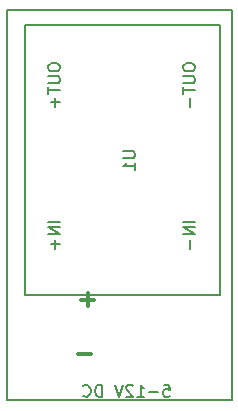
<source format=gbr>
%TF.GenerationSoftware,KiCad,Pcbnew,4.0.2+dfsg1-stable*%
%TF.CreationDate,2018-09-12T10:27:24+08:00*%
%TF.ProjectId,aircon board,616972636F6E20626F6172642E6B6963,rev?*%
%TF.FileFunction,Legend,Bot*%
%FSLAX46Y46*%
G04 Gerber Fmt 4.6, Leading zero omitted, Abs format (unit mm)*
G04 Created by KiCad (PCBNEW 4.0.2+dfsg1-stable) date Wednesday, 12 September, 2018 10:27:24 AM +08*
%MOMM*%
G01*
G04 APERTURE LIST*
%ADD10C,2.000000*%
%ADD11C,0.300000*%
%ADD12C,0.200000*%
%ADD13C,0.150000*%
G04 APERTURE END LIST*
D10*
D11*
X165925428Y-95103143D02*
X164782571Y-95103143D01*
X166179428Y-90531143D02*
X165036571Y-90531143D01*
X165608000Y-91102571D02*
X165608000Y-89959714D01*
D12*
X172052857Y-97750381D02*
X172529048Y-97750381D01*
X172576667Y-98226571D01*
X172529048Y-98178952D01*
X172433810Y-98131333D01*
X172195714Y-98131333D01*
X172100476Y-98178952D01*
X172052857Y-98226571D01*
X172005238Y-98321810D01*
X172005238Y-98559905D01*
X172052857Y-98655143D01*
X172100476Y-98702762D01*
X172195714Y-98750381D01*
X172433810Y-98750381D01*
X172529048Y-98702762D01*
X172576667Y-98655143D01*
X171576667Y-98369429D02*
X170814762Y-98369429D01*
X169814762Y-98750381D02*
X170386191Y-98750381D01*
X170100477Y-98750381D02*
X170100477Y-97750381D01*
X170195715Y-97893238D01*
X170290953Y-97988476D01*
X170386191Y-98036095D01*
X169433810Y-97845619D02*
X169386191Y-97798000D01*
X169290953Y-97750381D01*
X169052857Y-97750381D01*
X168957619Y-97798000D01*
X168910000Y-97845619D01*
X168862381Y-97940857D01*
X168862381Y-98036095D01*
X168910000Y-98178952D01*
X169481429Y-98750381D01*
X168862381Y-98750381D01*
X168576667Y-97750381D02*
X168243334Y-98750381D01*
X167910000Y-97750381D01*
X166814762Y-98750381D02*
X166814762Y-97750381D01*
X166576667Y-97750381D01*
X166433809Y-97798000D01*
X166338571Y-97893238D01*
X166290952Y-97988476D01*
X166243333Y-98178952D01*
X166243333Y-98321810D01*
X166290952Y-98512286D01*
X166338571Y-98607524D01*
X166433809Y-98702762D01*
X166576667Y-98750381D01*
X166814762Y-98750381D01*
X165243333Y-98655143D02*
X165290952Y-98702762D01*
X165433809Y-98750381D01*
X165529047Y-98750381D01*
X165671905Y-98702762D01*
X165767143Y-98607524D01*
X165814762Y-98512286D01*
X165862381Y-98321810D01*
X165862381Y-98178952D01*
X165814762Y-97988476D01*
X165767143Y-97893238D01*
X165671905Y-97798000D01*
X165529047Y-97750381D01*
X165433809Y-97750381D01*
X165290952Y-97798000D01*
X165243333Y-97845619D01*
D13*
X158750000Y-99060000D02*
X158750000Y-66040000D01*
X177800000Y-99060000D02*
X158750000Y-99060000D01*
X177800000Y-66040000D02*
X177800000Y-99060000D01*
X158750000Y-66040000D02*
X177800000Y-66040000D01*
X160274000Y-90170000D02*
X176784000Y-90170000D01*
X176784000Y-90170000D02*
X176784000Y-67310000D01*
X176784000Y-67310000D02*
X160274000Y-67310000D01*
X160274000Y-67310000D02*
X160274000Y-90170000D01*
X168616381Y-77978095D02*
X169425905Y-77978095D01*
X169521143Y-78025714D01*
X169568762Y-78073333D01*
X169616381Y-78168571D01*
X169616381Y-78359048D01*
X169568762Y-78454286D01*
X169521143Y-78501905D01*
X169425905Y-78549524D01*
X168616381Y-78549524D01*
X169616381Y-79549524D02*
X169616381Y-78978095D01*
X169616381Y-79263809D02*
X168616381Y-79263809D01*
X168759238Y-79168571D01*
X168854476Y-79073333D01*
X168902095Y-78978095D01*
X162266381Y-70770952D02*
X162266381Y-70961429D01*
X162314000Y-71056667D01*
X162409238Y-71151905D01*
X162599714Y-71199524D01*
X162933048Y-71199524D01*
X163123524Y-71151905D01*
X163218762Y-71056667D01*
X163266381Y-70961429D01*
X163266381Y-70770952D01*
X163218762Y-70675714D01*
X163123524Y-70580476D01*
X162933048Y-70532857D01*
X162599714Y-70532857D01*
X162409238Y-70580476D01*
X162314000Y-70675714D01*
X162266381Y-70770952D01*
X162266381Y-71628095D02*
X163075905Y-71628095D01*
X163171143Y-71675714D01*
X163218762Y-71723333D01*
X163266381Y-71818571D01*
X163266381Y-72009048D01*
X163218762Y-72104286D01*
X163171143Y-72151905D01*
X163075905Y-72199524D01*
X162266381Y-72199524D01*
X162266381Y-72532857D02*
X162266381Y-73104286D01*
X163266381Y-72818571D02*
X162266381Y-72818571D01*
X162885429Y-73437619D02*
X162885429Y-74199524D01*
X163266381Y-73818572D02*
X162504476Y-73818572D01*
X173696381Y-70770952D02*
X173696381Y-70961429D01*
X173744000Y-71056667D01*
X173839238Y-71151905D01*
X174029714Y-71199524D01*
X174363048Y-71199524D01*
X174553524Y-71151905D01*
X174648762Y-71056667D01*
X174696381Y-70961429D01*
X174696381Y-70770952D01*
X174648762Y-70675714D01*
X174553524Y-70580476D01*
X174363048Y-70532857D01*
X174029714Y-70532857D01*
X173839238Y-70580476D01*
X173744000Y-70675714D01*
X173696381Y-70770952D01*
X173696381Y-71628095D02*
X174505905Y-71628095D01*
X174601143Y-71675714D01*
X174648762Y-71723333D01*
X174696381Y-71818571D01*
X174696381Y-72009048D01*
X174648762Y-72104286D01*
X174601143Y-72151905D01*
X174505905Y-72199524D01*
X173696381Y-72199524D01*
X173696381Y-72532857D02*
X173696381Y-73104286D01*
X174696381Y-72818571D02*
X173696381Y-72818571D01*
X174315429Y-73437619D02*
X174315429Y-74199524D01*
X163266381Y-83947143D02*
X162266381Y-83947143D01*
X163266381Y-84423333D02*
X162266381Y-84423333D01*
X163266381Y-84994762D01*
X162266381Y-84994762D01*
X162885429Y-85470952D02*
X162885429Y-86232857D01*
X163266381Y-85851905D02*
X162504476Y-85851905D01*
X174696381Y-83947143D02*
X173696381Y-83947143D01*
X174696381Y-84423333D02*
X173696381Y-84423333D01*
X174696381Y-84994762D01*
X173696381Y-84994762D01*
X174315429Y-85470952D02*
X174315429Y-86232857D01*
M02*

</source>
